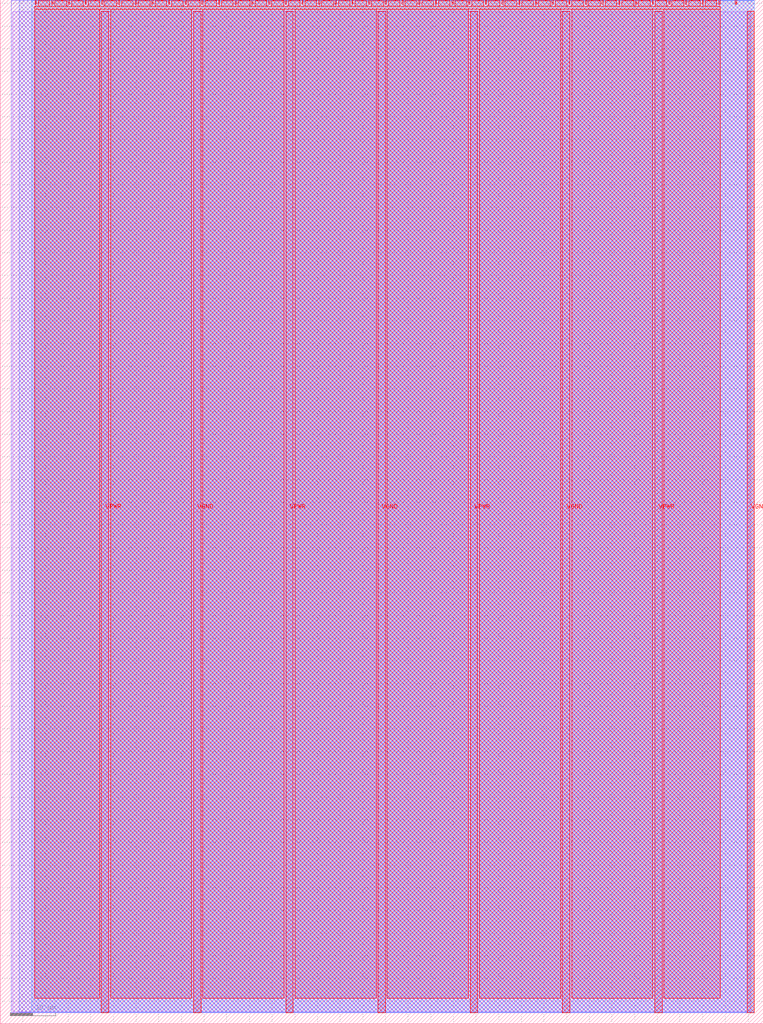
<source format=lef>
VERSION 5.7 ;
  NOWIREEXTENSIONATPIN ON ;
  DIVIDERCHAR "/" ;
  BUSBITCHARS "[]" ;
MACRO tt_um_urish_usb_cdc
  CLASS BLOCK ;
  FOREIGN tt_um_urish_usb_cdc ;
  ORIGIN 0.000 0.000 ;
  SIZE 168.360 BY 225.760 ;
  PIN VGND
    DIRECTION INOUT ;
    USE GROUND ;
    PORT
      LAYER met4 ;
        RECT 42.670 2.480 44.270 223.280 ;
    END
    PORT
      LAYER met4 ;
        RECT 83.380 2.480 84.980 223.280 ;
    END
    PORT
      LAYER met4 ;
        RECT 124.090 2.480 125.690 223.280 ;
    END
    PORT
      LAYER met4 ;
        RECT 164.800 2.480 166.400 223.280 ;
    END
  END VGND
  PIN VPWR
    DIRECTION INOUT ;
    USE POWER ;
    PORT
      LAYER met4 ;
        RECT 22.315 2.480 23.915 223.280 ;
    END
    PORT
      LAYER met4 ;
        RECT 63.025 2.480 64.625 223.280 ;
    END
    PORT
      LAYER met4 ;
        RECT 103.735 2.480 105.335 223.280 ;
    END
    PORT
      LAYER met4 ;
        RECT 144.445 2.480 146.045 223.280 ;
    END
  END VPWR
  PIN clk
    DIRECTION INPUT ;
    USE SIGNAL ;
    ANTENNAGATEAREA 0.852000 ;
    PORT
      LAYER met4 ;
        RECT 158.550 224.760 158.850 225.760 ;
    END
  END clk
  PIN ena
    DIRECTION INPUT ;
    USE SIGNAL ;
    PORT
      LAYER met4 ;
        RECT 162.230 224.760 162.530 225.760 ;
    END
  END ena
  PIN rst_n
    DIRECTION INPUT ;
    USE SIGNAL ;
    ANTENNAGATEAREA 0.196500 ;
    PORT
      LAYER met4 ;
        RECT 154.870 224.760 155.170 225.760 ;
    END
  END rst_n
  PIN ui_in[0]
    DIRECTION INPUT ;
    USE SIGNAL ;
    ANTENNAGATEAREA 0.213000 ;
    PORT
      LAYER met4 ;
        RECT 151.190 224.760 151.490 225.760 ;
    END
  END ui_in[0]
  PIN ui_in[1]
    DIRECTION INPUT ;
    USE SIGNAL ;
    ANTENNAGATEAREA 0.126000 ;
    PORT
      LAYER met4 ;
        RECT 147.510 224.760 147.810 225.760 ;
    END
  END ui_in[1]
  PIN ui_in[2]
    DIRECTION INPUT ;
    USE SIGNAL ;
    ANTENNAGATEAREA 0.213000 ;
    PORT
      LAYER met4 ;
        RECT 143.830 224.760 144.130 225.760 ;
    END
  END ui_in[2]
  PIN ui_in[3]
    DIRECTION INPUT ;
    USE SIGNAL ;
    ANTENNAGATEAREA 0.196500 ;
    PORT
      LAYER met4 ;
        RECT 140.150 224.760 140.450 225.760 ;
    END
  END ui_in[3]
  PIN ui_in[4]
    DIRECTION INPUT ;
    USE SIGNAL ;
    ANTENNAGATEAREA 0.126000 ;
    PORT
      LAYER met4 ;
        RECT 136.470 224.760 136.770 225.760 ;
    END
  END ui_in[4]
  PIN ui_in[5]
    DIRECTION INPUT ;
    USE SIGNAL ;
    ANTENNAGATEAREA 0.126000 ;
    PORT
      LAYER met4 ;
        RECT 132.790 224.760 133.090 225.760 ;
    END
  END ui_in[5]
  PIN ui_in[6]
    DIRECTION INPUT ;
    USE SIGNAL ;
    ANTENNAGATEAREA 0.126000 ;
    PORT
      LAYER met4 ;
        RECT 129.110 224.760 129.410 225.760 ;
    END
  END ui_in[6]
  PIN ui_in[7]
    DIRECTION INPUT ;
    USE SIGNAL ;
    ANTENNAGATEAREA 0.126000 ;
    PORT
      LAYER met4 ;
        RECT 125.430 224.760 125.730 225.760 ;
    END
  END ui_in[7]
  PIN uio_in[0]
    DIRECTION INPUT ;
    USE SIGNAL ;
    ANTENNAGATEAREA 0.196500 ;
    PORT
      LAYER met4 ;
        RECT 121.750 224.760 122.050 225.760 ;
    END
  END uio_in[0]
  PIN uio_in[1]
    DIRECTION INPUT ;
    USE SIGNAL ;
    ANTENNAGATEAREA 0.213000 ;
    PORT
      LAYER met4 ;
        RECT 118.070 224.760 118.370 225.760 ;
    END
  END uio_in[1]
  PIN uio_in[2]
    DIRECTION INPUT ;
    USE SIGNAL ;
    ANTENNAGATEAREA 0.196500 ;
    PORT
      LAYER met4 ;
        RECT 114.390 224.760 114.690 225.760 ;
    END
  END uio_in[2]
  PIN uio_in[3]
    DIRECTION INPUT ;
    USE SIGNAL ;
    PORT
      LAYER met4 ;
        RECT 110.710 224.760 111.010 225.760 ;
    END
  END uio_in[3]
  PIN uio_in[4]
    DIRECTION INPUT ;
    USE SIGNAL ;
    PORT
      LAYER met4 ;
        RECT 107.030 224.760 107.330 225.760 ;
    END
  END uio_in[4]
  PIN uio_in[5]
    DIRECTION INPUT ;
    USE SIGNAL ;
    ANTENNAGATEAREA 0.196500 ;
    PORT
      LAYER met4 ;
        RECT 103.350 224.760 103.650 225.760 ;
    END
  END uio_in[5]
  PIN uio_in[6]
    DIRECTION INPUT ;
    USE SIGNAL ;
    PORT
      LAYER met4 ;
        RECT 99.670 224.760 99.970 225.760 ;
    END
  END uio_in[6]
  PIN uio_in[7]
    DIRECTION INPUT ;
    USE SIGNAL ;
    PORT
      LAYER met4 ;
        RECT 95.990 224.760 96.290 225.760 ;
    END
  END uio_in[7]
  PIN uio_oe[0]
    DIRECTION OUTPUT TRISTATE ;
    USE SIGNAL ;
    ANTENNADIFFAREA 0.795200 ;
    PORT
      LAYER met4 ;
        RECT 33.430 224.760 33.730 225.760 ;
    END
  END uio_oe[0]
  PIN uio_oe[1]
    DIRECTION OUTPUT TRISTATE ;
    USE SIGNAL ;
    ANTENNADIFFAREA 0.795200 ;
    PORT
      LAYER met4 ;
        RECT 29.750 224.760 30.050 225.760 ;
    END
  END uio_oe[1]
  PIN uio_oe[2]
    DIRECTION OUTPUT TRISTATE ;
    USE SIGNAL ;
    PORT
      LAYER met4 ;
        RECT 26.070 224.760 26.370 225.760 ;
    END
  END uio_oe[2]
  PIN uio_oe[3]
    DIRECTION OUTPUT TRISTATE ;
    USE SIGNAL ;
    PORT
      LAYER met4 ;
        RECT 22.390 224.760 22.690 225.760 ;
    END
  END uio_oe[3]
  PIN uio_oe[4]
    DIRECTION OUTPUT TRISTATE ;
    USE SIGNAL ;
    PORT
      LAYER met4 ;
        RECT 18.710 224.760 19.010 225.760 ;
    END
  END uio_oe[4]
  PIN uio_oe[5]
    DIRECTION OUTPUT TRISTATE ;
    USE SIGNAL ;
    PORT
      LAYER met4 ;
        RECT 15.030 224.760 15.330 225.760 ;
    END
  END uio_oe[5]
  PIN uio_oe[6]
    DIRECTION OUTPUT TRISTATE ;
    USE SIGNAL ;
    PORT
      LAYER met4 ;
        RECT 11.350 224.760 11.650 225.760 ;
    END
  END uio_oe[6]
  PIN uio_oe[7]
    DIRECTION OUTPUT TRISTATE ;
    USE SIGNAL ;
    PORT
      LAYER met4 ;
        RECT 7.670 224.760 7.970 225.760 ;
    END
  END uio_oe[7]
  PIN uio_out[0]
    DIRECTION OUTPUT TRISTATE ;
    USE SIGNAL ;
    ANTENNADIFFAREA 0.795200 ;
    PORT
      LAYER met4 ;
        RECT 62.870 224.760 63.170 225.760 ;
    END
  END uio_out[0]
  PIN uio_out[1]
    DIRECTION OUTPUT TRISTATE ;
    USE SIGNAL ;
    ANTENNADIFFAREA 0.795200 ;
    PORT
      LAYER met4 ;
        RECT 59.190 224.760 59.490 225.760 ;
    END
  END uio_out[1]
  PIN uio_out[2]
    DIRECTION OUTPUT TRISTATE ;
    USE SIGNAL ;
    PORT
      LAYER met4 ;
        RECT 55.510 224.760 55.810 225.760 ;
    END
  END uio_out[2]
  PIN uio_out[3]
    DIRECTION OUTPUT TRISTATE ;
    USE SIGNAL ;
    ANTENNADIFFAREA 0.795200 ;
    PORT
      LAYER met4 ;
        RECT 51.830 224.760 52.130 225.760 ;
    END
  END uio_out[3]
  PIN uio_out[4]
    DIRECTION OUTPUT TRISTATE ;
    USE SIGNAL ;
    ANTENNADIFFAREA 0.795200 ;
    PORT
      LAYER met4 ;
        RECT 48.150 224.760 48.450 225.760 ;
    END
  END uio_out[4]
  PIN uio_out[5]
    DIRECTION OUTPUT TRISTATE ;
    USE SIGNAL ;
    PORT
      LAYER met4 ;
        RECT 44.470 224.760 44.770 225.760 ;
    END
  END uio_out[5]
  PIN uio_out[6]
    DIRECTION OUTPUT TRISTATE ;
    USE SIGNAL ;
    ANTENNADIFFAREA 0.795200 ;
    PORT
      LAYER met4 ;
        RECT 40.790 224.760 41.090 225.760 ;
    END
  END uio_out[6]
  PIN uio_out[7]
    DIRECTION OUTPUT TRISTATE ;
    USE SIGNAL ;
    ANTENNADIFFAREA 0.795200 ;
    PORT
      LAYER met4 ;
        RECT 37.110 224.760 37.410 225.760 ;
    END
  END uio_out[7]
  PIN uo_out[0]
    DIRECTION OUTPUT TRISTATE ;
    USE SIGNAL ;
    ANTENNADIFFAREA 0.891000 ;
    PORT
      LAYER met4 ;
        RECT 92.310 224.760 92.610 225.760 ;
    END
  END uo_out[0]
  PIN uo_out[1]
    DIRECTION OUTPUT TRISTATE ;
    USE SIGNAL ;
    ANTENNADIFFAREA 0.891000 ;
    PORT
      LAYER met4 ;
        RECT 88.630 224.760 88.930 225.760 ;
    END
  END uo_out[1]
  PIN uo_out[2]
    DIRECTION OUTPUT TRISTATE ;
    USE SIGNAL ;
    ANTENNADIFFAREA 0.891000 ;
    PORT
      LAYER met4 ;
        RECT 84.950 224.760 85.250 225.760 ;
    END
  END uo_out[2]
  PIN uo_out[3]
    DIRECTION OUTPUT TRISTATE ;
    USE SIGNAL ;
    ANTENNADIFFAREA 0.891000 ;
    PORT
      LAYER met4 ;
        RECT 81.270 224.760 81.570 225.760 ;
    END
  END uo_out[3]
  PIN uo_out[4]
    DIRECTION OUTPUT TRISTATE ;
    USE SIGNAL ;
    ANTENNADIFFAREA 0.891000 ;
    PORT
      LAYER met4 ;
        RECT 77.590 224.760 77.890 225.760 ;
    END
  END uo_out[4]
  PIN uo_out[5]
    DIRECTION OUTPUT TRISTATE ;
    USE SIGNAL ;
    ANTENNADIFFAREA 0.891000 ;
    PORT
      LAYER met4 ;
        RECT 73.910 224.760 74.210 225.760 ;
    END
  END uo_out[5]
  PIN uo_out[6]
    DIRECTION OUTPUT TRISTATE ;
    USE SIGNAL ;
    ANTENNADIFFAREA 0.891000 ;
    PORT
      LAYER met4 ;
        RECT 70.230 224.760 70.530 225.760 ;
    END
  END uo_out[6]
  PIN uo_out[7]
    DIRECTION OUTPUT TRISTATE ;
    USE SIGNAL ;
    ANTENNADIFFAREA 0.891000 ;
    PORT
      LAYER met4 ;
        RECT 66.550 224.760 66.850 225.760 ;
    END
  END uo_out[7]
  OBS
      LAYER li1 ;
        RECT 2.760 2.635 165.600 223.125 ;
      LAYER met1 ;
        RECT 2.460 2.480 166.400 225.720 ;
      LAYER met2 ;
        RECT 4.240 2.535 166.370 225.750 ;
      LAYER met3 ;
        RECT 6.965 2.555 166.390 225.585 ;
      LAYER met4 ;
        RECT 8.370 224.360 10.950 225.585 ;
        RECT 12.050 224.360 14.630 225.585 ;
        RECT 15.730 224.360 18.310 225.585 ;
        RECT 19.410 224.360 21.990 225.585 ;
        RECT 23.090 224.360 25.670 225.585 ;
        RECT 26.770 224.360 29.350 225.585 ;
        RECT 30.450 224.360 33.030 225.585 ;
        RECT 34.130 224.360 36.710 225.585 ;
        RECT 37.810 224.360 40.390 225.585 ;
        RECT 41.490 224.360 44.070 225.585 ;
        RECT 45.170 224.360 47.750 225.585 ;
        RECT 48.850 224.360 51.430 225.585 ;
        RECT 52.530 224.360 55.110 225.585 ;
        RECT 56.210 224.360 58.790 225.585 ;
        RECT 59.890 224.360 62.470 225.585 ;
        RECT 63.570 224.360 66.150 225.585 ;
        RECT 67.250 224.360 69.830 225.585 ;
        RECT 70.930 224.360 73.510 225.585 ;
        RECT 74.610 224.360 77.190 225.585 ;
        RECT 78.290 224.360 80.870 225.585 ;
        RECT 81.970 224.360 84.550 225.585 ;
        RECT 85.650 224.360 88.230 225.585 ;
        RECT 89.330 224.360 91.910 225.585 ;
        RECT 93.010 224.360 95.590 225.585 ;
        RECT 96.690 224.360 99.270 225.585 ;
        RECT 100.370 224.360 102.950 225.585 ;
        RECT 104.050 224.360 106.630 225.585 ;
        RECT 107.730 224.360 110.310 225.585 ;
        RECT 111.410 224.360 113.990 225.585 ;
        RECT 115.090 224.360 117.670 225.585 ;
        RECT 118.770 224.360 121.350 225.585 ;
        RECT 122.450 224.360 125.030 225.585 ;
        RECT 126.130 224.360 128.710 225.585 ;
        RECT 129.810 224.360 132.390 225.585 ;
        RECT 133.490 224.360 136.070 225.585 ;
        RECT 137.170 224.360 139.750 225.585 ;
        RECT 140.850 224.360 143.430 225.585 ;
        RECT 144.530 224.360 147.110 225.585 ;
        RECT 148.210 224.360 150.790 225.585 ;
        RECT 151.890 224.360 154.470 225.585 ;
        RECT 155.570 224.360 158.150 225.585 ;
        RECT 7.655 223.680 158.865 224.360 ;
        RECT 7.655 5.615 21.915 223.680 ;
        RECT 24.315 5.615 42.270 223.680 ;
        RECT 44.670 5.615 62.625 223.680 ;
        RECT 65.025 5.615 82.980 223.680 ;
        RECT 85.380 5.615 103.335 223.680 ;
        RECT 105.735 5.615 123.690 223.680 ;
        RECT 126.090 5.615 144.045 223.680 ;
        RECT 146.445 5.615 158.865 223.680 ;
  END
END tt_um_urish_usb_cdc
END LIBRARY


</source>
